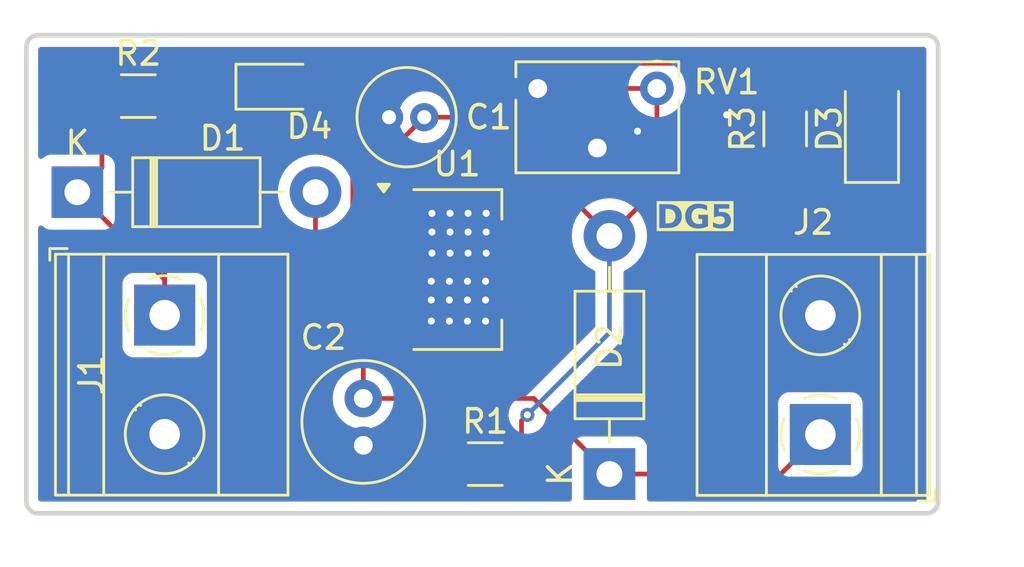
<source format=kicad_pcb>
(kicad_pcb (version 20240108) (generator "pcbnew") (generator_version "8.0")
  (layers (0 "F.Cu" signal) (31 "B.Cu" signal) (34 "B.Paste" user) (35 "F.Paste" user) (36 "B.SilkS" user "B.Silkscreen") (37 "F.SilkS" user "F.Silkscreen") (38 "B.Mask" user) (39 "F.Mask" user) (44 "Edge.Cuts" user))
  (net 0 "")
  (net 1 "+1.2V to +32V")
  (net 2 "+1.5V to +35V")
  (net 3 "Net-(D2-A)")
  (net 4 "GND")
  (net 5 "led")
  (net 6 "Net-(D3-K)")
  (footprint "Resistor_SMD:R_1206_3216Metric_Pad1.30x1.75mm_HandSolder" (layer "F.Cu") (at 126.2 102.8)
    (property "Reference" "R1" (at 0 -1.82 0) (layer "F.SilkS"))
    (property "Value" "120R" (hide yes))
    (fp_line (start -0.727064 -0.91) (end 0.727064 -0.91) (stroke (width 0.12)) (layer "F.SilkS"))
    (fp_line (start -0.727064 0.91) (end 0.727064 0.91) (stroke (width 0.12)) (layer "F.SilkS"))
    (pad "1" smd roundrect (at -1.55 0) (size 1.3 1.75) (layers "F.Cu" "F.Paste" "F.Mask") (roundrect_rratio 0.192308) (net 1 "+1.2V to +32V"))
    (pad "2" smd roundrect (at 1.55 0) (size 1.3 1.75) (layers "F.Cu" "F.Paste" "F.Mask") (roundrect_rratio 0.192308) (net 3 "Net-(D2-A)"))
  )
  (footprint "Diode_THT:D_DO-41_SOD81_P10.16mm_Horizontal" (layer "F.Cu") (at 131.5 103.225 90)
    (property "Reference" "D2" (at 5.425 0 -90) (layer "F.SilkS"))
    (property "Value" "1N4007" (hide yes))
    (fp_line (start 7.8 -1.47) (end 2.36 -1.47) (stroke (width 0.12)) (layer "F.SilkS"))
    (fp_line (start 3.38 -1.47) (end 3.38 1.47) (stroke (width 0.12)) (layer "F.SilkS"))
    (fp_line (start 3.26 -1.47) (end 3.26 1.47) (stroke (width 0.12)) (layer "F.SilkS"))
    (fp_line (start 3.14 -1.47) (end 3.14 1.47) (stroke (width 0.12)) (layer "F.SilkS"))
    (fp_line (start 2.36 -1.47) (end 2.36 1.47) (stroke (width 0.12)) (layer "F.SilkS"))
    (fp_line (start 8.82 0) (end 7.8 0) (stroke (width 0.12)) (layer "F.SilkS"))
    (fp_line (start 1.34 0) (end 2.36 0) (stroke (width 0.12)) (layer "F.SilkS"))
    (fp_line (start 7.8 1.47) (end 7.8 -1.47) (stroke (width 0.12)) (layer "F.SilkS"))
    (fp_line (start 2.36 1.47) (end 7.8 1.47) (stroke (width 0.12)) (layer "F.SilkS"))
    (fp_text user "K" (at 0 -2.1 -90) (layer "F.SilkS"))
    (pad "1" thru_hole rect (at 0 0 90) (size 2.2 2.2) (drill 1.1) (layers "*.Cu" "*.Mask") (net 1 "+1.2V to +32V"))
    (pad "2" thru_hole oval (at 10.16 0 90) (size 2.2 2.2) (drill 1.1) (layers "*.Cu" "*.Mask") (net 3 "Net-(D2-A)"))
  )
  (footprint "Resistor_SMD:R_1206_3216Metric_Pad1.30x1.75mm_HandSolder" (layer "F.Cu") (at 111.4 87.1)
    (property "Reference" "R2" (at 0 -1.82 0) (layer "F.SilkS"))
    (property "Value" "120R" (hide yes))
    (fp_line (start -0.727064 -0.91) (end 0.727064 -0.91) (stroke (width 0.12)) (layer "F.SilkS"))
    (fp_line (start -0.727064 0.91) (end 0.727064 0.91) (stroke (width 0.12)) (layer "F.SilkS"))
    (pad "1" smd roundrect (at -1.55 0) (size 1.3 1.75) (layers "F.Cu" "F.Paste" "F.Mask") (roundrect_rratio 0.192308) (net 2 "+1.5V to +35V"))
    (pad "2" smd roundrect (at 1.55 0) (size 1.3 1.75) (layers "F.Cu" "F.Paste" "F.Mask") (roundrect_rratio 0.192308) (net 5 "led"))
  )
  (footprint "TerminalBlock_Phoenix:TerminalBlock_Phoenix_MKDS-1,5-2-5.08_1x02_P5.08mm_Horizontal" (layer "F.Cu") (at 112.525 96.445 -90)
    (property "Reference" "J1" (at 2.555 3.125 90) (layer "F.SilkS"))
    (property "Value" "Vin" (hide yes))
    (fp_line (start -2.84 4.9) (end -2.34 4.9) (stroke (width 0.12)) (layer "F.SilkS"))
    (fp_line (start -2.6 4.66) (end 7.68 4.66) (stroke (width 0.12)) (layer "F.SilkS"))
    (fp_line (start -2.84 4.16) (end -2.84 4.9) (stroke (width 0.12)) (layer "F.SilkS"))
    (fp_line (start -2.6 4.1) (end 7.68 4.1) (stroke (width 0.12)) (layer "F.SilkS"))
    (fp_line (start -2.6 2.6) (end 7.68 2.6) (stroke (width 0.12)) (layer "F.SilkS"))
    (fp_line (start 4.046 1.239) (end 4.011 1.274) (stroke (width 0.12)) (layer "F.SilkS"))
    (fp_line (start 3.853 1.023) (end 3.806 1.069) (stroke (width 0.12)) (layer "F.SilkS"))
    (fp_line (start 6.355 -1.069) (end 6.308 -1.023) (stroke (width 0.12)) (layer "F.SilkS"))
    (fp_line (start 6.15 -1.275) (end 6.115 -1.239) (stroke (width 0.12)) (layer "F.SilkS"))
    (fp_line (start -2.6 -2.301) (end 7.68 -2.301) (stroke (width 0.12)) (layer "F.SilkS"))
    (fp_line (start -2.6 -5.261) (end -2.6 4.66) (stroke (width 0.12)) (layer "F.SilkS"))
    (fp_line (start -2.6 -5.261) (end 7.68 -5.261) (stroke (width 0.12)) (layer "F.SilkS"))
    (fp_line (start 7.68 -5.261) (end 7.68 4.66) (stroke (width 0.12)) (layer "F.SilkS"))
    (fp_arc (start 0.028805 1.680253) (mid -0.335551 1.646659) (end -0.684 1.535) (stroke (width 0.12)) (layer "F.SilkS"))
    (fp_arc (start 0.683318 1.534756) (mid 0.349292 1.643288) (end 0 1.68) (stroke (width 0.12)) (layer "F.SilkS"))
    (fp_arc (start -1.535427 0.683042) (mid -1.680501 -0.000524) (end -1.535 -0.684) (stroke (width 0.12)) (layer "F.SilkS"))
    (fp_arc (start 1.535427 -0.683042) (mid 1.680501 0.000524) (end 1.535 0.684) (stroke (width 0.12)) (layer "F.SilkS"))
    (fp_arc (start -0.683042 -1.535427) (mid 0.000524 -1.680501) (end 0.684 -1.535) (stroke (width 0.12)) (layer "F.SilkS"))
    (fp_circle (center 5.08 0) (end 6.76 0) (stroke (width 0.12)) (fill none) (layer "F.SilkS"))
    (pad "1" thru_hole rect (at 0 0 270) (size 2.6 2.6) (drill 1.3) (layers "*.Cu" "*.Mask") (net 2 "+1.5V to +35V"))
    (pad "2" thru_hole circle (at 5.08 0 270) (size 2.6 2.6) (drill 1.3) (layers "*.Cu" "*.Mask") (net 4 "GND"))
  )
  (footprint "LED_SMD:LED_1206_3216Metric" (layer "F.Cu") (at 142.7 88.5 90)
    (property "Reference" "D3" (at 0 -1.82 -90) (layer "F.SilkS"))
    (property "Value" "LED")
    (fp_line (start 1.6 -1.135) (end -2.285 -1.135) (stroke (width 0.12)) (layer "F.SilkS"))
    (fp_line (start -2.285 -1.135) (end -2.285 1.135) (stroke (width 0.12)) (layer "F.SilkS"))
    (fp_line (start -2.285 1.135) (end 1.6 1.135) (stroke (width 0.12)) (layer "F.SilkS"))
    (pad "1" smd roundrect (at -1.4 0 90) (size 1.25 1.75) (layers "F.Cu" "F.Paste" "F.Mask") (roundrect_rratio 0.2) (net 6 "Net-(D3-K)"))
    (pad "2" smd roundrect (at 1.4 0 90) (size 1.25 1.75) (layers "F.Cu" "F.Paste" "F.Mask") (roundrect_rratio 0.2) (net 5 "led"))
  )
  (footprint "TerminalBlock_Phoenix:TerminalBlock_Phoenix_MKDS-1,5-2-5.08_1x02_P5.08mm_Horizontal" (layer "F.Cu") (at 140.5 101.535 90)
    (property "Reference" "J2" (at 9.045 -0.305 0) (layer "F.SilkS"))
    (property "Value" "Vout")
    (fp_line (start 7.68 -5.261) (end 7.68 4.66) (stroke (width 0.12)) (layer "F.SilkS"))
    (fp_line (start -2.6 -5.261) (end 7.68 -5.261) (stroke (width 0.12)) (layer "F.SilkS"))
    (fp_line (start -2.6 -5.261) (end -2.6 4.66) (stroke (width 0.12)) (layer "F.SilkS"))
    (fp_line (start -2.6 -2.301) (end 7.68 -2.301) (stroke (width 0.12)) (layer "F.SilkS"))
    (fp_line (start 6.15 -1.275) (end 6.115 -1.239) (stroke (width 0.12)) (layer "F.SilkS"))
    (fp_line (start 6.355 -1.069) (end 6.308 -1.023) (stroke (width 0.12)) (layer "F.SilkS"))
    (fp_line (start 3.853 1.023) (end 3.806 1.069) (stroke (width 0.12)) (layer "F.SilkS"))
    (fp_line (start 4.046 1.239) (end 4.011 1.274) (stroke (width 0.12)) (layer "F.SilkS"))
    (fp_line (start -2.6 2.6) (end 7.68 2.6) (stroke (width 0.12)) (layer "F.SilkS"))
    (fp_line (start -2.6 4.1) (end 7.68 4.1) (stroke (width 0.12)) (layer "F.SilkS"))
    (fp_line (start -2.84 4.16) (end -2.84 4.9) (stroke (width 0.12)) (layer "F.SilkS"))
    (fp_line (start -2.6 4.66) (end 7.68 4.66) (stroke (width 0.12)) (layer "F.SilkS"))
    (fp_line (start -2.84 4.9) (end -2.34 4.9) (stroke (width 0.12)) (layer "F.SilkS"))
    (fp_arc (start -0.683042 -1.535427) (mid 0.000524 -1.680501) (end 0.684 -1.535) (stroke (width 0.12)) (layer "F.SilkS"))
    (fp_arc (start 1.535427 -0.683042) (mid 1.680501 0.000524) (end 1.535 0.684) (stroke (width 0.12)) (layer "F.SilkS"))
    (fp_arc (start -1.535427 0.683042) (mid -1.680501 -0.000524) (end -1.535 -0.684) (stroke (width 0.12)) (layer "F.SilkS"))
    (fp_arc (start 0.683318 1.534756) (mid 0.349292 1.643288) (end 0 1.68) (stroke (width 0.12)) (layer "F.SilkS"))
    (fp_arc (start 0.028805 1.680253) (mid -0.335551 1.646659) (end -0.684 1.535) (stroke (width 0.12)) (layer "F.SilkS"))
    (fp_circle (center 5.08 0) (end 6.76 0) (stroke (width 0.12)) (fill none) (layer "F.SilkS"))
    (pad "1" thru_hole rect (at 0 0 90) (size 2.6 2.6) (drill 1.3) (layers "*.Cu" "*.Mask") (net 1 "+1.2V to +32V"))
    (pad "2" thru_hole circle (at 5.08 0 90) (size 2.6 2.6) (drill 1.3) (layers "*.Cu" "*.Mask") (net 4 "GND"))
  )
  (footprint "Diode_SMD:D_0805_2012Metric_Pad1.15x1.40mm_HandSolder" (layer "F.Cu") (at 117.425 86.7)
    (property "Reference" "D4" (at 1.275 1.7 0) (layer "F.SilkS"))
    (property "Value" "D_Zener" (hide yes))
    (fp_line (start -1.86 -0.96) (end -1.86 0.96) (stroke (width 0.12)) (layer "F.SilkS"))
    (fp_line (start -1.86 0.96) (end 1 0.96) (stroke (width 0.12)) (layer "F.SilkS"))
    (fp_line (start 1 -0.96) (end -1.86 -0.96) (stroke (width 0.12)) (layer "F.SilkS"))
    (pad "1" smd roundrect (at -1.025 0) (size 1.15 1.4) (layers "F.Cu" "F.Paste" "F.Mask") (roundrect_rratio 0.217391) (net 5 "led"))
    (pad "2" smd roundrect (at 1.025 0) (size 1.15 1.4) (layers "F.Cu" "F.Paste" "F.Mask") (roundrect_rratio 0.217391) (net 4 "GND"))
  )
  (footprint "Diode_THT:D_DO-41_SOD81_P10.16mm_Horizontal" (layer "F.Cu") (at 108.8 91.2)
    (property "Reference" "D1" (at 6.2 -2.3 0) (layer "F.SilkS"))
    (property "Value" "1N4007" (hide yes))
    (fp_line (start 1.34 0) (end 2.36 0) (stroke (width 0.12)) (layer "F.SilkS"))
    (fp_line (start 2.36 -1.47) (end 2.36 1.47) (stroke (width 0.12)) (layer "F.SilkS"))
    (fp_line (start 2.36 1.47) (end 7.8 1.47) (stroke (width 0.12)) (layer "F.SilkS"))
    (fp_line (start 3.14 -1.47) (end 3.14 1.47) (stroke (width 0.12)) (layer "F.SilkS"))
    (fp_line (start 3.26 -1.47) (end 3.26 1.47) (stroke (width 0.12)) (layer "F.SilkS"))
    (fp_line (start 3.38 -1.47) (end 3.38 1.47) (stroke (width 0.12)) (layer "F.SilkS"))
    (fp_line (start 7.8 -1.47) (end 2.36 -1.47) (stroke (width 0.12)) (layer "F.SilkS"))
    (fp_line (start 7.8 1.47) (end 7.8 -1.47) (stroke (width 0.12)) (layer "F.SilkS"))
    (fp_line (start 8.82 0) (end 7.8 0) (stroke (width 0.12)) (layer "F.SilkS"))
    (fp_text user "K" (at 0 -2.1 0) (layer "F.SilkS"))
    (pad "1" thru_hole rect (at 0 0) (size 2.2 2.2) (drill 1.1) (layers "*.Cu" "*.Mask") (net 2 "+1.5V to +35V"))
    (pad "2" thru_hole oval (at 10.16 0) (size 2.2 2.2) (drill 1.1) (layers "*.Cu" "*.Mask") (net 1 "+1.2V to +32V"))
  )
  (footprint "Potentiometer_THT:Potentiometer_Bourns_3266W_Vertical" (layer "F.Cu") (at 133.525 86.775)
    (property "Reference" "RV1" (at 2.975 -0.275 0) (layer "F.SilkS"))
    (property "Value" "1k" (hide yes))
    (fp_line (start -6.015 -1.14) (end -6.015 -0.495) (stroke (width 0.12)) (layer "F.SilkS"))
    (fp_line (start -6.015 -1.14) (end 0.935 -1.14) (stroke (width 0.12)) (layer "F.SilkS"))
    (fp_line (start -6.015 0.495) (end -6.015 3.6) (stroke (width 0.12)) (layer "F.SilkS"))
    (fp_line (start -6.015 3.6) (end 0.935 3.6) (stroke (width 0.12)) (layer "F.SilkS"))
    (fp_line (start 0.935 -1.14) (end 0.935 -0.495) (stroke (width 0.12)) (layer "F.SilkS"))
    (fp_line (start 0.935 0.495) (end 0.935 3.6) (stroke (width 0.12)) (layer "F.SilkS"))
    (pad "1" thru_hole circle (at 0 0) (size 1.44 1.44) (drill 0.8) (layers "*.Cu" "*.Mask") (net 3 "Net-(D2-A)"))
    (pad "2" thru_hole circle (at -2.54 2.54) (size 1.44 1.44) (drill 0.8) (layers "*.Cu" "*.Mask") (net 4 "GND"))
    (pad "3" thru_hole circle (at -5.08 0) (size 1.44 1.44) (drill 0.8) (layers "*.Cu" "*.Mask") (net 4 "GND"))
  )
  (footprint "Capacitor_THT:C_Radial_D4.0mm_H7.0mm_P1.50mm" (layer "F.Cu") (at 123.6 88 180)
    (property "Reference" "C1" (at -2.75 0 180) (layer "F.SilkS"))
    (property "Value" "10uF/25V" (hide yes))
    (fp_circle (center 0.75 0) (end 2.87 0) (stroke (width 0.12)) (fill none) (layer "F.SilkS"))
    (pad "1" thru_hole circle (at 0 0 180) (size 1.2 1.2) (drill 0.6) (layers "*.Cu" "*.Mask") (net 3 "Net-(D2-A)"))
    (pad "2" thru_hole circle (at 1.5 0 180) (size 1.2 1.2) (drill 0.6) (layers "*.Cu" "*.Mask") (net 4 "GND"))
  )
  (footprint "Package_TO_SOT_SMD:SOT-223-3_TabPin2" (layer "F.Cu") (at 125 94.5)
    (property "Reference" "U1" (at 0 -4.5 0) (layer "F.SilkS"))
    (property "Value" "LM338")
    (fp_line (start -1.85 -3.41) (end 1.91 -3.41) (stroke (width 0.12)) (layer "F.SilkS"))
    (fp_line (start -1.85 3.41) (end 1.91 3.41) (stroke (width 0.12)) (layer "F.SilkS"))
    (fp_line (start 1.91 -3.41) (end 1.91 -2.15) (stroke (width 0.12)) (layer "F.SilkS"))
    (fp_line (start 1.91 3.41) (end 1.91 2.15) (stroke (width 0.12)) (layer "F.SilkS"))
    (fp_poly (pts (xy -3.13 -3.31) (xy -3.37 -3.64) (xy -2.89 -3.64) (xy -3.13 -3.31)) (stroke (width 0.12)) (fill solid) (layer "F.SilkS"))
    (pad "1" smd roundrect (at -3.15 -2.3) (size 2 1.5) (layers "F.Cu" "F.Paste" "F.Mask") (net 3 "Net-(D2-A)"))
    (pad "2" smd roundrect (at -3.15 0) (size 2 1.5) (layers "F.Cu" "F.Paste" "F.Mask") (net 2 "+1.5V to +35V"))
    (pad "2" smd roundrect (at 3.15 0) (size 2 3.8) (layers "F.Cu" "F.Paste" "F.Mask") (net 2 "+1.5V to +35V"))
    (pad "3" smd roundrect (at -3.15 2.3) (size 2 1.5) (layers "F.Cu" "F.Paste" "F.Mask") (net 1 "+1.2V to +32V"))
  )
  (footprint "Resistor_SMD:R_1206_3216Metric_Pad1.30x1.75mm_HandSolder" (layer "F.Cu") (at 139 88.5 90)
    (property "Reference" "R3" (at 0 -1.82 -90) (layer "F.SilkS"))
    (property "Value" "120R" (hide yes))
    (fp_line (start -0.727064 -0.91) (end 0.727064 -0.91) (stroke (width 0.12)) (layer "F.SilkS"))
    (fp_line (start -0.727064 0.91) (end 0.727064 0.91) (stroke (width 0.12)) (layer "F.SilkS"))
    (pad "1" smd roundrect (at -1.55 0 90) (size 1.3 1.75) (layers "F.Cu" "F.Paste" "F.Mask") (roundrect_rratio 0.192308) (net 6 "Net-(D3-K)"))
    (pad "2" smd roundrect (at 1.55 0 90) (size 1.3 1.75) (layers "F.Cu" "F.Paste" "F.Mask") (roundrect_rratio 0.192308) (net 4 "GND"))
  )
  (footprint "Capacitor_THT:C_Radial_D5.0mm_H11.0mm_P2.00mm" (layer "F.Cu") (at 121 100 -90)
    (property "Reference" "C2" (at -2.6 1.7 0) (layer "F.SilkS"))
    (property "Value" "4.7uF/25V" (hide yes))
    (fp_circle (center 1 0) (end 3.62 0) (stroke (width 0.12)) (fill none) (layer "F.SilkS"))
    (pad "1" thru_hole circle (at 0 0 270) (size 1.6 1.6) (drill 0.8) (layers "*.Cu" "*.Mask") (net 1 "+1.2V to +32V"))
    (pad "2" thru_hole circle (at 2 0 270) (size 1.6 1.6) (drill 0.8) (layers "*.Cu" "*.Mask") (net 4 "GND"))
  )
  (gr_arc (start 107.125 104.9) (mid 106.771447 104.753553) (end 106.625 104.4) (stroke (width 0.2)) (layer "Edge.Cuts"))
  (gr_arc (start 145.025 84.5) (mid 145.378553 84.646447) (end 145.525 85) (stroke (width 0.2)) (layer "Edge.Cuts"))
  (gr_line (start 145.025 104.9) (end 107.125 104.9) (stroke (width 0.2)) (layer "Edge.Cuts"))
  (gr_arc (start 145.525 104.4) (mid 145.378553 104.753553) (end 145.025 104.9) (stroke (width 0.2)) (layer "Edge.Cuts"))
  (gr_line (start 106.625 104.4) (end 106.625 85) (stroke (width 0.2)) (layer "Edge.Cuts"))
  (gr_arc (start 106.625 85) (mid 106.771447 84.646447) (end 107.125 84.5) (stroke (width 0.2)) (layer "Edge.Cuts"))
  (gr_line (start 107.125 84.5) (end 145.025 84.5) (stroke (width 0.2)) (layer "Edge.Cuts"))
  (gr_line (start 145.525 85) (end 145.525 104.4) (stroke (width 0.2)) (layer "Edge.Cuts"))
  (gr_text "DG5" (at 133.5 92.9 0) (layer "F.SilkS" knockout) (effects (font (size 1 1)) (justify left bottom)))
  (segment (start 118.96 93.564594) (end 118.96 91.2) (width 0.2) (layer "F.Cu") (net 1))
  (segment (start 124.65 100.05) (end 124.6 100) (width 0.2) (layer "F.Cu") (net 1))
  (segment (start 121 100) (end 121 97.65) (width 0.2) (layer "F.Cu") (net 1))
  (segment (start 121.85 96.8) (end 121.85 96.454594) (width 0.2) (layer "F.Cu") (net 1))
  (segment (start 128.275 100) (end 131.5 103.225) (width 0.2) (layer "F.Cu") (net 1))
  (segment (start 124.6 100) (end 128.275 100) (width 0.2) (layer "F.Cu") (net 1))
  (segment (start 138.81 103.225) (end 140.5 101.535) (width 0.2) (layer "F.Cu") (net 1))
  (segment (start 121.85 96.454594) (end 118.96 93.564594) (width 0.2) (layer "F.Cu") (net 1))
  (segment (start 121 100) (end 124.6 100) (width 0.2) (layer "F.Cu") (net 1))
  (segment (start 121 97.65) (end 121.85 96.8) (width 0.2) (layer "F.Cu") (net 1))
  (segment (start 124.65 102.8) (end 124.65 100.05) (width 0.2) (layer "F.Cu") (net 1))
  (segment (start 131.5 103.225) (end 138.81 103.225) (width 0.2) (layer "F.Cu") (net 1))
  (segment (start 128.05 94.4) (end 128.15 94.5) (width 0.2) (layer "F.Cu") (net 2))
  (segment (start 109.85 90.15) (end 108.8 91.2) (width 0.2) (layer "F.Cu") (net 2))
  (segment (start 120.55 89.55) (end 120.4 89.4) (width 0.2) (layer "F.Cu") (net 2))
  (segment (start 120.4 89.4) (end 117.7 89.4) (width 0.2) (layer "F.Cu") (net 2))
  (segment (start 117.7 89.4) (end 112.525 94.575) (width 0.2) (layer "F.Cu") (net 2))
  (segment (start 112.525 96.445) (end 112.525 94.925) (width 0.2) (layer "F.Cu") (net 2))
  (segment (start 121.85 94.5) (end 120.55 93.2) (width 0.2) (layer "F.Cu") (net 2))
  (segment (start 112.525 94.925) (end 108.8 91.2) (width 0.2) (layer "F.Cu") (net 2))
  (segment (start 112.525 94.575) (end 112.525 96.445) (width 0.2) (layer "F.Cu") (net 2))
  (segment (start 121.95 94.4) (end 128.05 94.4) (width 0.2) (layer "F.Cu") (net 2))
  (segment (start 120.55 93.2) (end 120.55 89.55) (width 0.2) (layer "F.Cu") (net 2))
  (segment (start 121.85 94.5) (end 121.95 94.4) (width 0.2) (layer "F.Cu") (net 2))
  (segment (start 109.85 87.1) (end 109.85 90.15) (width 0.2) (layer "F.Cu") (net 2))
  (segment (start 133.525 91.04) (end 133.525 86.775) (width 0.2) (layer "F.Cu") (net 3))
  (segment (start 131.5 93.065) (end 133.525 91.04) (width 0.2) (layer "F.Cu") (net 3))
  (segment (start 133.525 86.775) (end 132.082502 86.775) (width 0.2) (layer "F.Cu") (net 3))
  (segment (start 121.85 89.75) (end 123.6 88) (width 0.2) (layer "F.Cu") (net 3))
  (segment (start 127.1675 88.7325) (end 131.5 93.065) (width 0.2) (layer "F.Cu") (net 3))
  (segment (start 126.435 88) (end 127.1675 88.7325) (width 0.2) (layer "F.Cu") (net 3))
  (segment (start 121.85 92.2) (end 121.85 89.75) (width 0.2) (layer "F.Cu") (net 3))
  (segment (start 127.75 102.8) (end 127.75 100.95) (width 0.2) (layer "F.Cu") (net 3))
  (segment (start 127.75 100.95) (end 128 100.7) (width 0.2) (layer "F.Cu") (net 3))
  (segment (start 130.125002 88.7325) (end 127.1675 88.7325) (width 0.2) (layer "F.Cu") (net 3))
  (segment (start 132.082502 86.775) (end 130.125002 88.7325) (width 0.2) (layer "F.Cu") (net 3))
  (segment (start 123.6 88) (end 126.435 88) (width 0.2) (layer "F.Cu") (net 3))
  (via (at 128 100.7) (size 0.6) (drill 0.3) (layers "F.Cu" "B.Cu") (net 3))
  (segment (start 131.5 97.2) (end 131.5 93.065) (width 0.2) (layer "B.Cu") (net 3))
  (segment (start 128 100.7) (end 131.5 97.2) (width 0.2) (layer "B.Cu") (net 3))
  (segment (start 123.9 96.7) (end 124.671428 96.7) (width 0.2) (layer "F.Cu") (net 4))
  (segment (start 131.985 89.315) (end 132.7 88.6) (width 0.2) (layer "F.Cu") (net 4))
  (segment (start 125.442856 95.8) (end 124.671428 95.8) (width 0.2) (layer "F.Cu") (net 4))
  (segment (start 137.45 86.95) (end 139 86.95) (width 0.2) (layer "F.Cu") (net 4))
  (segment (start 136.5 87.9) (end 137.45 86.95) (width 0.2) (layer "F.Cu") (net 4))
  (segment (start 123.9 95) (end 124.671428 95) (width 0.2) (layer "F.Cu") (net 4))
  (segment (start 130.985 89.315) (end 131.985 89.315) (width 0.2) (layer "F.Cu") (net 4))
  (segment (start 137 88.95) (end 137 92.955) (width 0.2) (layer "F.Cu") (net 4))
  (segment (start 126.242856 93.8) (end 125.471428 93.8) (width 0.2) (layer "F.Cu") (net 4))
  (segment (start 126.214284 95.8) (end 125.442856 95.8) (width 0.2) (layer "F.Cu") (net 4))
  (segment (start 139 86.95) (end 137 88.95) (width 0.2) (layer "F.Cu") (net 4))
  (segment (start 125.471428 93.8) (end 124.7 93.8) (width 0.2) (layer "F.Cu") (net 4))
  (segment (start 124.671428 95) (end 125.442856 95) (width 0.2) (layer "F.Cu") (net 4))
  (segment (start 125.442856 95) (end 126.214284 95) (width 0.2) (layer "F.Cu") (net 4))
  (segment (start 124.7 93.8) (end 123.928572 93.8) (width 0.2) (layer "F.Cu") (net 4))
  (segment (start 124.7 92.9) (end 125.471428 92.9) (width 0.2) (layer "F.Cu") (net 4))
  (segment (start 124.671428 95.8) (end 123.9 95.8) (width 0.2) (layer "F.Cu") (net 4))
  (segment (start 124.7 92.1) (end 123.928572 92.1) (width 0.2) (layer "F.Cu") (net 4))
  (segment (start 126.242856 92.9) (end 126.242856 93.8) (width 0.2) (layer "F.Cu") (net 4))
  (segment (start 124.671428 96.7) (end 125.442856 96.7) (width 0.2) (layer "F.Cu") (net 4))
  (segment (start 125.471428 92.1) (end 124.7 92.1) (width 0.2) (layer "F.Cu") (net 4))
  (segment (start 120.8 86.7) (end 122.1 88) (width 0.2) (layer "F.Cu") (net 4))
  (segment (start 118.45 86.7) (end 120.8 86.7) (width 0.2) (layer "F.Cu") (net 4))
  (segment (start 123.9 95.8) (end 123.9 95) (width 0.2) (layer "F.Cu") (net 4))
  (segment (start 125.442856 96.7) (end 126.214284 96.7) (width 0.2) (layer "F.Cu") (net 4))
  (segment (start 126.242856 92.1) (end 125.471428 92.1) (width 0.2) (layer "F.Cu") (net 4))
  (segment (start 123.928572 92.9) (end 124.7 92.9) (width 0.2) (layer "F.Cu") (net 4))
  (segment (start 137 92.955) (end 140.5 96.455) (width 0.2) (layer "F.Cu") (net 4))
  (segment (start 125.471428 92.9) (end 126.242856 92.9) (width 0.2) (layer "F.Cu") (net 4))
  (segment (start 123.928572 92.1) (end 123.928572 92.9) (width 0.2) (layer "F.Cu") (net 4))
  (segment (start 126.214284 96.7) (end 126.214284 95.8) (width 0.2) (layer "F.Cu") (net 4))
  (via (at 126.242856 93.8) (size 0.6) (drill 0.3) (layers "F.Cu" "B.Cu") (net 4))
  (via (at 124.671428 96.7) (size 0.6) (drill 0.3) (layers "F.Cu" "B.Cu") (net 4))
  (via (at 126.214284 95) (size 0.6) (drill 0.3) (layers "F.Cu" "B.Cu") (net 4))
  (via (at 126.242856 92.1) (size 0.6) (drill 0.3) (layers "F.Cu" "B.Cu") (net 4))
  (via (at 136.5 87.9) (size 0.6) (drill 0.3) (layers "F.Cu" "B.Cu") (net 4))
  (via (at 125.442856 95.8) (size 0.6) (drill 0.3) (layers "F.Cu" "B.Cu") (net 4))
  (via (at 132.7 88.6) (size 0.6) (drill 0.3) (layers "F.Cu" "B.Cu") (net 4))
  (via (at 123.928572 92.9) (size 0.6) (drill 0.3) (layers "F.Cu" "B.Cu") (net 4))
  (via (at 123.9 96.7) (size 0.6) (drill 0.3) (layers "F.Cu" "B.Cu") (net 4))
  (via (at 125.471428 92.1) (size 0.6) (drill 0.3) (layers "F.Cu" "B.Cu") (net 4))
  (via (at 125.442856 95) (size 0.6) (drill 0.3) (layers "F.Cu" "B.Cu") (net 4))
  (via (at 125.471428 92.9) (size 0.6) (drill 0.3) (layers "F.Cu" "B.Cu") (net 4))
  (via (at 126.242856 92.9) (size 0.6) (drill 0.3) (layers "F.Cu" "B.Cu") (net 4))
  (via (at 124.7 93.8) (size 0.6) (drill 0.3) (layers "F.Cu" "B.Cu") (net 4))
  (via (at 123.9 95.8) (size 0.6) (drill 0.3) (layers "F.Cu" "B.Cu") (net 4))
  (via (at 124.671428 95) (size 0.6) (drill 0.3) (layers "F.Cu" "B.Cu") (net 4))
  (via (at 123.928572 92.1) (size 0.6) (drill 0.3) (layers "F.Cu" "B.Cu") (net 4))
  (via (at 124.671428 95.8) (size 0.6) (drill 0.3) (layers "F.Cu" "B.Cu") (net 4))
  (via (at 123.928572 93.8) (size 0.6) (drill 0.3) (layers "F.Cu" "B.Cu") (net 4))
  (via (at 126.214284 95.8) (size 0.6) (drill 0.3) (layers "F.Cu" "B.Cu") (net 4))
  (via (at 124.7 92.9) (size 0.6) (drill 0.3) (layers "F.Cu" "B.Cu") (net 4))
  (via (at 125.471428 93.8) (size 0.6) (drill 0.3) (layers "F.Cu" "B.Cu") (net 4))
  (via (at 123.9 95) (size 0.6) (drill 0.3) (layers "F.Cu" "B.Cu") (net 4))
  (via (at 126.214284 96.7) (size 0.6) (drill 0.3) (layers "F.Cu" "B.Cu") (net 4))
  (via (at 125.442856 96.7) (size 0.6) (drill 0.3) (layers "F.Cu" "B.Cu") (net 4))
  (via (at 124.7 92.1) (size 0.6) (drill 0.3) (layers "F.Cu" "B.Cu") (net 4))
  (segment (start 132.7 88.6) (end 132.9 88.4) (width 0.2) (layer "B.Cu") (net 4))
  (segment (start 132.9 88.4) (end 136 88.4) (width 0.2) (layer "B.Cu") (net 4))
  (segment (start 136 88.4) (end 136.5 87.9) (width 0.2) (layer "B.Cu") (net 4))
  (segment (start 117.4 85.7) (end 116.4 86.7) (width 0.2) (layer "F.Cu") (net 5))
  (segment (start 141.3 85.7) (end 117.4 85.7) (width 0.2) (layer "F.Cu") (net 5))
  (segment (start 112.95 87.1) (end 116 87.1) (width 0.2) (layer "F.Cu") (net 5))
  (segment (start 116 87.1) (end 116.4 86.7) (width 0.2) (layer "F.Cu") (net 5))
  (segment (start 142.7 87.1) (end 141.3 85.7) (width 0.2) (layer "F.Cu") (net 5))
  (segment (start 142.55 90.05) (end 142.7 89.9) (width 0.2) (layer "F.Cu") (net 6))
  (segment (start 139 90.05) (end 142.55 90.05) (width 0.2) (layer "F.Cu") (net 6))
  (zone (net 4) (net_name "GND") (layer "B.Cu") (connect_pads yes (clearance 0.5)) (min_thickness 0.25) (fill yes (thermal_gap 0.5) (thermal_bridge_width 0.5))
    (polygon (pts (xy 105.5 83) (xy 148.2 83.2) (xy 149.2 107.2) (xy 105.5 106)))
  )
)
</source>
